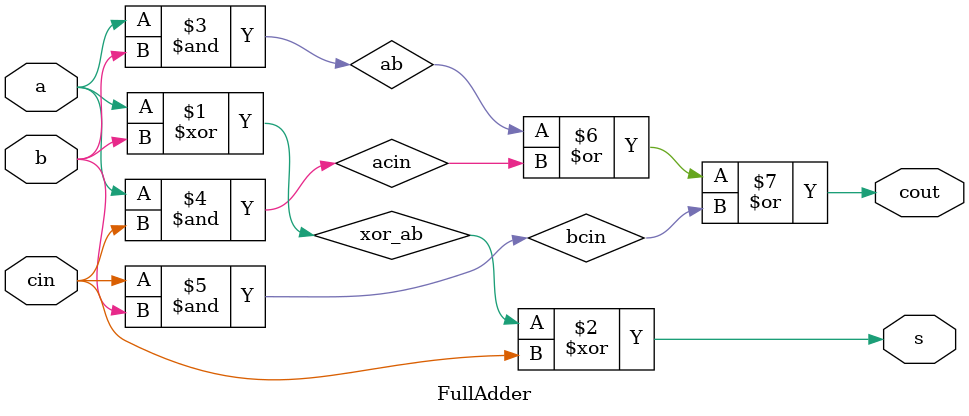
<source format=v>
`timescale 1ns / 1ps
module FullAdder(input a, b, cin,
					  output s, cout
    );
	wire xor_ab, ab, acin, bcin;
	
	xor(xor_ab, a, b);
	xor(s, xor_ab, cin);
	
	and(ab, a, b);
	and(acin, a, cin);
	and(bcin, cin, b);
	
	or(cout, ab, acin, bcin);
endmodule

</source>
